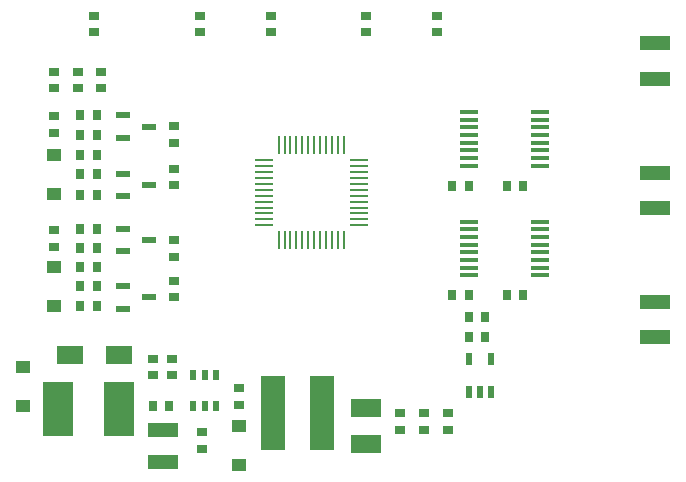
<source format=gtp>
G04*
G04 #@! TF.GenerationSoftware,Altium Limited,Altium Designer,19.0.15 (446)*
G04*
G04 Layer_Color=8421504*
%FSTAX24Y24*%
%MOIN*%
G70*
G01*
G75*
%ADD20R,0.0984X0.0472*%
%ADD21R,0.0610X0.0118*%
%ADD22R,0.0354X0.0315*%
%ADD23R,0.0335X0.0295*%
%ADD24R,0.0295X0.0335*%
%ADD25R,0.0315X0.0354*%
%ADD26R,0.0472X0.0394*%
%ADD27R,0.0453X0.0236*%
%ADD28R,0.0197X0.0394*%
%ADD29R,0.1024X0.0591*%
%ADD30R,0.0217X0.0374*%
%ADD31R,0.0846X0.2480*%
%ADD32R,0.1024X0.0472*%
%ADD33R,0.0866X0.0591*%
%ADD34R,0.0984X0.1811*%
%ADD35O,0.0610X0.0098*%
%ADD36O,0.0098X0.0610*%
D20*
X040521Y016622D02*
D03*
Y015441D02*
D03*
Y020933D02*
D03*
Y019752D02*
D03*
Y025244D02*
D03*
Y024063D02*
D03*
D21*
X03668Y021167D02*
D03*
Y021423D02*
D03*
Y021679D02*
D03*
Y021935D02*
D03*
Y022191D02*
D03*
Y022447D02*
D03*
Y022703D02*
D03*
Y022959D02*
D03*
X034318D02*
D03*
Y022703D02*
D03*
Y022447D02*
D03*
Y022191D02*
D03*
Y021935D02*
D03*
Y021679D02*
D03*
Y021423D02*
D03*
Y021167D02*
D03*
X03668Y01751D02*
D03*
Y017766D02*
D03*
Y018022D02*
D03*
Y018277D02*
D03*
Y018533D02*
D03*
Y018789D02*
D03*
Y019045D02*
D03*
Y019301D02*
D03*
X034317D02*
D03*
Y019045D02*
D03*
Y018789D02*
D03*
Y018533D02*
D03*
Y018277D02*
D03*
Y018022D02*
D03*
Y017766D02*
D03*
Y01751D02*
D03*
D22*
X022078Y023748D02*
D03*
Y024299D02*
D03*
X020501Y02226D02*
D03*
Y022811D02*
D03*
X020499Y018465D02*
D03*
Y019016D02*
D03*
X033621Y012921D02*
D03*
Y01237D02*
D03*
X032822Y012921D02*
D03*
Y01237D02*
D03*
X032023Y012921D02*
D03*
Y01237D02*
D03*
X025424Y012287D02*
D03*
Y011736D02*
D03*
X026661Y013752D02*
D03*
Y013201D02*
D03*
D23*
X020501Y024303D02*
D03*
Y023752D02*
D03*
X021298Y023752D02*
D03*
Y024303D02*
D03*
X024495Y017327D02*
D03*
Y016776D02*
D03*
X024495Y01813D02*
D03*
Y018681D02*
D03*
X024495Y021067D02*
D03*
Y020516D02*
D03*
X024497Y021921D02*
D03*
Y022472D02*
D03*
X021838Y026165D02*
D03*
Y025614D02*
D03*
X033267Y026165D02*
D03*
Y025614D02*
D03*
X030885Y026165D02*
D03*
Y025614D02*
D03*
X027735Y026165D02*
D03*
Y025614D02*
D03*
X025373Y026165D02*
D03*
Y025614D02*
D03*
X024444Y014736D02*
D03*
Y014185D02*
D03*
X023787Y014736D02*
D03*
Y014185D02*
D03*
D24*
X021922Y020201D02*
D03*
X021371D02*
D03*
X021369Y020881D02*
D03*
X02192D02*
D03*
X021922Y021522D02*
D03*
X021371D02*
D03*
X021922Y022182D02*
D03*
X021371D02*
D03*
X021921Y016492D02*
D03*
X02137D02*
D03*
X021369Y017138D02*
D03*
X02192D02*
D03*
X02192Y017791D02*
D03*
X021369D02*
D03*
X02192Y018433D02*
D03*
X021369D02*
D03*
X02434Y01316D02*
D03*
X023789D02*
D03*
D25*
X021922Y022843D02*
D03*
X021371D02*
D03*
X02192Y019063D02*
D03*
X021369D02*
D03*
X035586Y020496D02*
D03*
X036137D02*
D03*
X033767D02*
D03*
X034318D02*
D03*
X033766Y016862D02*
D03*
X034317D02*
D03*
X035585D02*
D03*
X036136D02*
D03*
X034317Y01611D02*
D03*
X034869D02*
D03*
X034318Y015461D02*
D03*
X034869D02*
D03*
D26*
X020497Y020204D02*
D03*
Y021505D02*
D03*
X020496Y016483D02*
D03*
Y017784D02*
D03*
X026661Y0112D02*
D03*
Y012501D02*
D03*
X019476Y01445D02*
D03*
Y013149D02*
D03*
D27*
X023674Y016776D02*
D03*
X022789Y016402D02*
D03*
Y01715D02*
D03*
X023674Y018689D02*
D03*
X022789Y018315D02*
D03*
Y019063D02*
D03*
X023674Y020512D02*
D03*
X022789Y020138D02*
D03*
Y020886D02*
D03*
X023676Y022469D02*
D03*
X022791Y022094D02*
D03*
Y022843D02*
D03*
D28*
X034326Y014736D02*
D03*
X035074D02*
D03*
Y013634D02*
D03*
X0347D02*
D03*
X034326D02*
D03*
D29*
X030881Y011902D02*
D03*
Y013083D02*
D03*
D30*
X025887Y013159D02*
D03*
X025513D02*
D03*
X025139D02*
D03*
Y014182D02*
D03*
X025513D02*
D03*
X025887D02*
D03*
D31*
X029422Y012934D02*
D03*
X027789D02*
D03*
D32*
X024145Y01235D02*
D03*
Y011287D02*
D03*
D33*
X021019Y014843D02*
D03*
X022672D02*
D03*
D34*
X020629Y013055D02*
D03*
X022676D02*
D03*
D35*
X030651Y021343D02*
D03*
Y021146D02*
D03*
Y020949D02*
D03*
Y020752D02*
D03*
Y020555D02*
D03*
Y020358D02*
D03*
Y020161D02*
D03*
Y019965D02*
D03*
Y019768D02*
D03*
Y019571D02*
D03*
Y019374D02*
D03*
Y019177D02*
D03*
X027482D02*
D03*
Y019374D02*
D03*
Y019571D02*
D03*
Y019768D02*
D03*
Y019965D02*
D03*
Y020161D02*
D03*
Y020358D02*
D03*
Y020555D02*
D03*
Y020752D02*
D03*
Y020949D02*
D03*
Y021146D02*
D03*
Y021343D02*
D03*
D36*
X030149Y018675D02*
D03*
X029952D02*
D03*
X029755D02*
D03*
X029558D02*
D03*
X029361D02*
D03*
X029165D02*
D03*
X028968D02*
D03*
X028771D02*
D03*
X028574D02*
D03*
X028377D02*
D03*
X02818D02*
D03*
X027983D02*
D03*
Y021844D02*
D03*
X02818D02*
D03*
X028377D02*
D03*
X028574D02*
D03*
X028771D02*
D03*
X028968D02*
D03*
X029165D02*
D03*
X029361D02*
D03*
X029558D02*
D03*
X029755D02*
D03*
X029952D02*
D03*
X030149D02*
D03*
M02*

</source>
